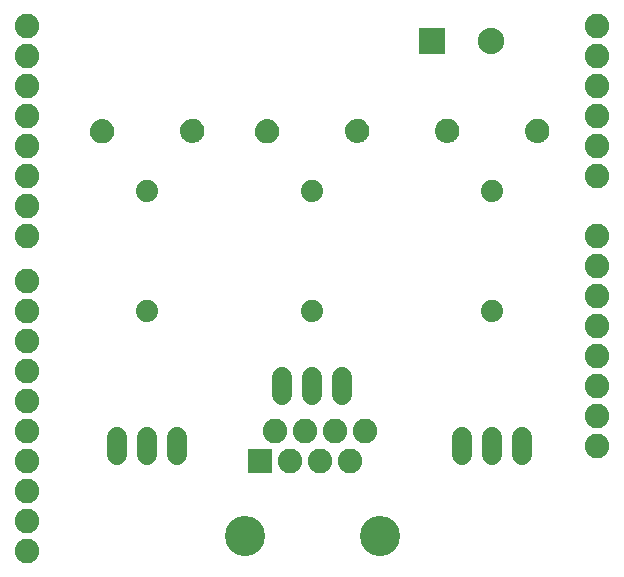
<source format=gbs>
G75*
%MOIN*%
%OFA0B0*%
%FSLAX25Y25*%
%IPPOS*%
%LPD*%
%AMOC8*
5,1,8,0,0,1.08239X$1,22.5*
%
%ADD10C,0.07400*%
%ADD11R,0.08800X0.08800*%
%ADD12C,0.08800*%
%ADD13C,0.08200*%
%ADD14R,0.08200X0.08200*%
%ADD15C,0.13398*%
%ADD16C,0.00500*%
%ADD17C,0.06800*%
D10*
X0055000Y0182524D03*
X0055000Y0222524D03*
X0110000Y0222524D03*
X0110000Y0182524D03*
X0170000Y0182524D03*
X0170000Y0222524D03*
D11*
X0150000Y0272524D03*
D12*
X0169685Y0272524D03*
D13*
X0015000Y0102524D03*
X0015000Y0112524D03*
X0015000Y0122524D03*
X0015000Y0132524D03*
X0015000Y0142524D03*
X0015000Y0152524D03*
X0015000Y0162524D03*
X0015000Y0172524D03*
X0015000Y0182524D03*
X0015000Y0192524D03*
X0015000Y0207524D03*
X0015000Y0217524D03*
X0015000Y0227524D03*
X0015000Y0237524D03*
X0015000Y0247524D03*
X0015000Y0257524D03*
X0015000Y0267524D03*
X0015000Y0277524D03*
X0097500Y0142524D03*
X0107500Y0142524D03*
X0102500Y0132524D03*
X0112500Y0132524D03*
X0117500Y0142524D03*
X0122500Y0132524D03*
X0127500Y0142524D03*
X0205000Y0147524D03*
X0205000Y0157524D03*
X0205000Y0167524D03*
X0205000Y0177524D03*
X0205000Y0187524D03*
X0205000Y0197524D03*
X0205000Y0207524D03*
X0205000Y0227524D03*
X0205000Y0237524D03*
X0205000Y0247524D03*
X0205000Y0257524D03*
X0205000Y0267524D03*
X0205000Y0277524D03*
X0205000Y0137524D03*
D14*
X0092500Y0132524D03*
D15*
X0087500Y0107524D03*
X0132500Y0107524D03*
D16*
X0125000Y0238773D02*
X0124342Y0238840D01*
X0123705Y0239021D01*
X0123110Y0239309D01*
X0122573Y0239697D01*
X0122112Y0240171D01*
X0121741Y0240719D01*
X0121470Y0241322D01*
X0121308Y0241964D01*
X0121260Y0242624D01*
X0121338Y0243343D01*
X0121556Y0244033D01*
X0121904Y0244667D01*
X0122369Y0245221D01*
X0122933Y0245674D01*
X0123575Y0246008D01*
X0124269Y0246211D01*
X0124990Y0246274D01*
X0125715Y0246212D01*
X0126414Y0246010D01*
X0127060Y0245676D01*
X0127628Y0245222D01*
X0128097Y0244666D01*
X0128448Y0244029D01*
X0128669Y0243336D01*
X0128750Y0242613D01*
X0128700Y0241954D01*
X0128536Y0241313D01*
X0128264Y0240710D01*
X0127891Y0240163D01*
X0127429Y0239690D01*
X0126891Y0239304D01*
X0126295Y0239017D01*
X0125658Y0238839D01*
X0125000Y0238773D01*
X0124999Y0238773D02*
X0125001Y0238773D01*
X0123187Y0239272D02*
X0126824Y0239272D01*
X0127507Y0239770D02*
X0122502Y0239770D01*
X0122046Y0240269D02*
X0127963Y0240269D01*
X0128290Y0240767D02*
X0121719Y0240767D01*
X0121495Y0241266D02*
X0128515Y0241266D01*
X0128652Y0241764D02*
X0121358Y0241764D01*
X0121286Y0242263D02*
X0128723Y0242263D01*
X0128733Y0242761D02*
X0121275Y0242761D01*
X0121329Y0243260D02*
X0128677Y0243260D01*
X0128534Y0243758D02*
X0121469Y0243758D01*
X0121679Y0244257D02*
X0128323Y0244257D01*
X0128021Y0244755D02*
X0121978Y0244755D01*
X0122409Y0245254D02*
X0127588Y0245254D01*
X0126912Y0245752D02*
X0123083Y0245752D01*
X0124731Y0246251D02*
X0125256Y0246251D01*
X0151300Y0243094D02*
X0151250Y0242434D01*
X0151331Y0241711D01*
X0151552Y0241018D01*
X0151903Y0240381D01*
X0152372Y0239825D01*
X0152940Y0239371D01*
X0153586Y0239037D01*
X0154285Y0238835D01*
X0155010Y0238774D01*
X0155731Y0238837D01*
X0156425Y0239039D01*
X0157067Y0239373D01*
X0157631Y0239826D01*
X0158096Y0240380D01*
X0158444Y0241014D01*
X0158662Y0241704D01*
X0158740Y0242424D01*
X0158692Y0243084D01*
X0158530Y0243725D01*
X0158259Y0244329D01*
X0157888Y0244876D01*
X0157427Y0245351D01*
X0156890Y0245738D01*
X0156295Y0246026D01*
X0155658Y0246207D01*
X0155000Y0246274D01*
X0154342Y0246209D01*
X0153705Y0246030D01*
X0153109Y0245743D01*
X0152571Y0245357D01*
X0152109Y0244884D01*
X0151736Y0244337D01*
X0151464Y0243735D01*
X0151300Y0243094D01*
X0151343Y0243260D02*
X0158648Y0243260D01*
X0158716Y0242761D02*
X0151275Y0242761D01*
X0151270Y0242263D02*
X0158723Y0242263D01*
X0158668Y0241764D02*
X0151325Y0241764D01*
X0151473Y0241266D02*
X0158523Y0241266D01*
X0158309Y0240767D02*
X0151690Y0240767D01*
X0151998Y0240269D02*
X0158003Y0240269D01*
X0157562Y0239770D02*
X0152441Y0239770D01*
X0153133Y0239272D02*
X0156873Y0239272D01*
X0158515Y0243758D02*
X0151474Y0243758D01*
X0151700Y0244257D02*
X0158291Y0244257D01*
X0157970Y0244755D02*
X0152021Y0244755D01*
X0152470Y0245254D02*
X0157521Y0245254D01*
X0156860Y0245752D02*
X0153128Y0245752D01*
X0154768Y0246251D02*
X0155225Y0246251D01*
X0181330Y0243123D02*
X0181494Y0243764D01*
X0181766Y0244367D01*
X0182139Y0244914D01*
X0182601Y0245387D01*
X0183138Y0245773D01*
X0183735Y0246060D01*
X0184372Y0246238D01*
X0185030Y0246304D01*
X0185688Y0246237D01*
X0186325Y0246056D01*
X0186920Y0245768D01*
X0187457Y0245381D01*
X0187918Y0244906D01*
X0188289Y0244359D01*
X0188560Y0243755D01*
X0188722Y0243113D01*
X0188770Y0242454D01*
X0188691Y0241734D01*
X0188474Y0241044D01*
X0188126Y0240410D01*
X0187661Y0239856D01*
X0187097Y0239403D01*
X0186455Y0239069D01*
X0185761Y0238866D01*
X0185040Y0238804D01*
X0184315Y0238865D01*
X0183616Y0239067D01*
X0182970Y0239401D01*
X0182402Y0239855D01*
X0181933Y0240411D01*
X0181582Y0241048D01*
X0181361Y0241741D01*
X0181280Y0242464D01*
X0181330Y0243123D01*
X0181365Y0243260D02*
X0188685Y0243260D01*
X0188748Y0242761D02*
X0181303Y0242761D01*
X0181303Y0242263D02*
X0188749Y0242263D01*
X0188695Y0241764D02*
X0181359Y0241764D01*
X0181512Y0241266D02*
X0188544Y0241266D01*
X0188322Y0240767D02*
X0181736Y0240767D01*
X0182053Y0240269D02*
X0188008Y0240269D01*
X0187555Y0239770D02*
X0182508Y0239770D01*
X0183220Y0239272D02*
X0186845Y0239272D01*
X0188558Y0243758D02*
X0181492Y0243758D01*
X0181716Y0244257D02*
X0188335Y0244257D01*
X0188020Y0244755D02*
X0182031Y0244755D01*
X0182471Y0245254D02*
X0187580Y0245254D01*
X0186942Y0245752D02*
X0183110Y0245752D01*
X0184497Y0246251D02*
X0185548Y0246251D01*
X0098720Y0242583D02*
X0098670Y0241924D01*
X0098506Y0241283D01*
X0098234Y0240680D01*
X0097861Y0240133D01*
X0097399Y0239660D01*
X0096862Y0239274D01*
X0096265Y0238988D01*
X0095628Y0238809D01*
X0094970Y0238743D01*
X0094312Y0238811D01*
X0093675Y0238991D01*
X0093080Y0239279D01*
X0092543Y0239667D01*
X0092082Y0240141D01*
X0091711Y0240689D01*
X0091440Y0241292D01*
X0091278Y0241934D01*
X0091230Y0242594D01*
X0091309Y0243313D01*
X0091526Y0244003D01*
X0091874Y0244637D01*
X0092339Y0245192D01*
X0092903Y0245644D01*
X0093545Y0245978D01*
X0094239Y0246181D01*
X0094960Y0246244D01*
X0095685Y0246182D01*
X0096384Y0245980D01*
X0097030Y0245646D01*
X0097598Y0245192D01*
X0098067Y0244636D01*
X0098418Y0243999D01*
X0098639Y0243306D01*
X0098720Y0242583D01*
X0098700Y0242761D02*
X0091248Y0242761D01*
X0091254Y0242263D02*
X0098696Y0242263D01*
X0098629Y0241764D02*
X0091321Y0241764D01*
X0091452Y0241266D02*
X0098499Y0241266D01*
X0098274Y0240767D02*
X0091676Y0240767D01*
X0091996Y0240269D02*
X0097953Y0240269D01*
X0097507Y0239770D02*
X0092443Y0239770D01*
X0093095Y0239272D02*
X0096857Y0239272D01*
X0095272Y0238773D02*
X0094676Y0238773D01*
X0091303Y0243260D02*
X0098644Y0243260D01*
X0098495Y0243758D02*
X0091449Y0243758D01*
X0091665Y0244257D02*
X0098276Y0244257D01*
X0097966Y0244755D02*
X0091973Y0244755D01*
X0092417Y0245254D02*
X0097521Y0245254D01*
X0096824Y0245752D02*
X0093111Y0245752D01*
X0073669Y0243336D02*
X0073750Y0242613D01*
X0073700Y0241954D01*
X0073536Y0241313D01*
X0073264Y0240710D01*
X0072891Y0240163D01*
X0072429Y0239690D01*
X0071891Y0239304D01*
X0071295Y0239017D01*
X0070658Y0238839D01*
X0070000Y0238773D01*
X0069342Y0238840D01*
X0068705Y0239021D01*
X0068110Y0239309D01*
X0067573Y0239697D01*
X0067112Y0240171D01*
X0066741Y0240719D01*
X0066470Y0241322D01*
X0066308Y0241964D01*
X0066260Y0242624D01*
X0066338Y0243343D01*
X0066556Y0244033D01*
X0066904Y0244667D01*
X0067369Y0245221D01*
X0067933Y0245674D01*
X0068575Y0246008D01*
X0069269Y0246211D01*
X0069990Y0246274D01*
X0070715Y0246212D01*
X0071414Y0246010D01*
X0072060Y0245676D01*
X0072628Y0245222D01*
X0073097Y0244666D01*
X0073448Y0244029D01*
X0073669Y0243336D01*
X0073677Y0243260D02*
X0066329Y0243260D01*
X0066275Y0242761D02*
X0073733Y0242761D01*
X0073723Y0242263D02*
X0066286Y0242263D01*
X0066358Y0241764D02*
X0073652Y0241764D01*
X0073515Y0241266D02*
X0066495Y0241266D01*
X0066719Y0240767D02*
X0073290Y0240767D01*
X0072963Y0240269D02*
X0067046Y0240269D01*
X0067502Y0239770D02*
X0072507Y0239770D01*
X0071824Y0239272D02*
X0068187Y0239272D01*
X0069999Y0238773D02*
X0070001Y0238773D01*
X0066469Y0243758D02*
X0073534Y0243758D01*
X0073323Y0244257D02*
X0066679Y0244257D01*
X0066978Y0244755D02*
X0073021Y0244755D01*
X0072588Y0245254D02*
X0067409Y0245254D01*
X0068083Y0245752D02*
X0071912Y0245752D01*
X0070256Y0246251D02*
X0069731Y0246251D01*
X0043639Y0243306D02*
X0043720Y0242583D01*
X0043670Y0241924D01*
X0043506Y0241283D01*
X0043234Y0240680D01*
X0042861Y0240133D01*
X0042399Y0239660D01*
X0041862Y0239274D01*
X0041265Y0238988D01*
X0040628Y0238809D01*
X0039970Y0238743D01*
X0039312Y0238811D01*
X0038675Y0238991D01*
X0038080Y0239279D01*
X0037543Y0239667D01*
X0037082Y0240141D01*
X0036711Y0240689D01*
X0036440Y0241292D01*
X0036278Y0241934D01*
X0036230Y0242594D01*
X0036309Y0243313D01*
X0036526Y0244003D01*
X0036874Y0244637D01*
X0037339Y0245192D01*
X0037903Y0245644D01*
X0038545Y0245978D01*
X0039239Y0246181D01*
X0039960Y0246244D01*
X0040685Y0246182D01*
X0041384Y0245980D01*
X0042030Y0245646D01*
X0042598Y0245192D01*
X0043067Y0244636D01*
X0043418Y0243999D01*
X0043639Y0243306D01*
X0043644Y0243260D02*
X0036303Y0243260D01*
X0036248Y0242761D02*
X0043700Y0242761D01*
X0043696Y0242263D02*
X0036254Y0242263D01*
X0036321Y0241764D02*
X0043629Y0241764D01*
X0043499Y0241266D02*
X0036452Y0241266D01*
X0036676Y0240767D02*
X0043274Y0240767D01*
X0042953Y0240269D02*
X0036996Y0240269D01*
X0037443Y0239770D02*
X0042507Y0239770D01*
X0041857Y0239272D02*
X0038095Y0239272D01*
X0039676Y0238773D02*
X0040272Y0238773D01*
X0043495Y0243758D02*
X0036449Y0243758D01*
X0036665Y0244257D02*
X0043276Y0244257D01*
X0042966Y0244755D02*
X0036973Y0244755D01*
X0037417Y0245254D02*
X0042521Y0245254D01*
X0041824Y0245752D02*
X0038111Y0245752D01*
D17*
X0100000Y0160524D02*
X0100000Y0154524D01*
X0110000Y0154524D02*
X0110000Y0160524D01*
X0120000Y0160524D02*
X0120000Y0154524D01*
X0160000Y0140524D02*
X0160000Y0134524D01*
X0170000Y0134524D02*
X0170000Y0140524D01*
X0180000Y0140524D02*
X0180000Y0134524D01*
X0065000Y0134524D02*
X0065000Y0140524D01*
X0055000Y0140524D02*
X0055000Y0134524D01*
X0045000Y0134524D02*
X0045000Y0140524D01*
M02*

</source>
